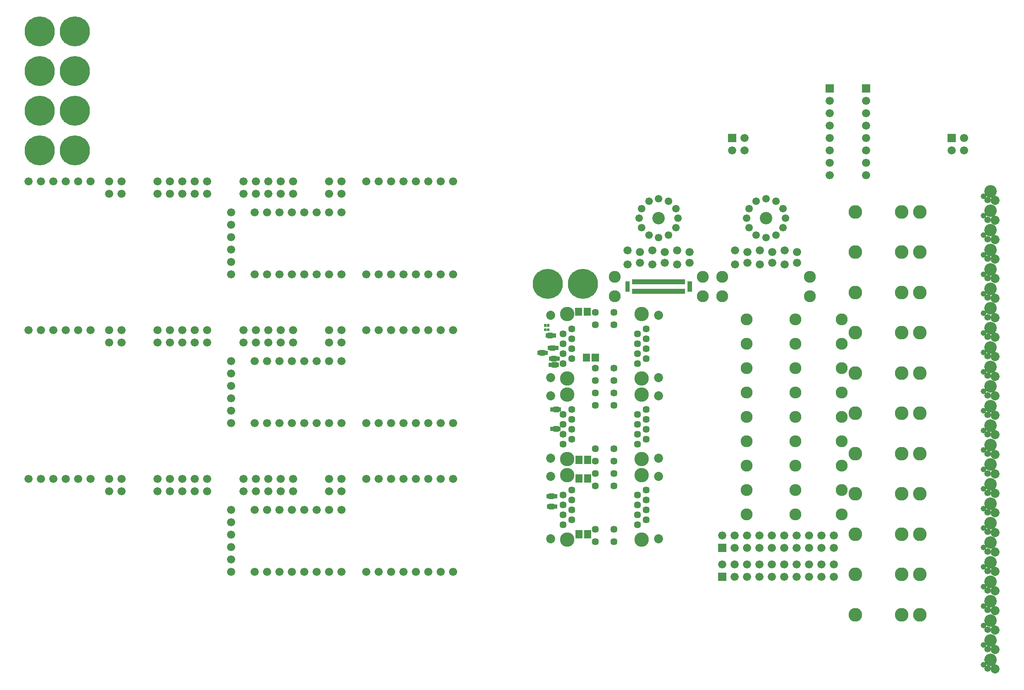
<source format=gbr>
G04 start of page 12 for group -4062 idx -4062 *
G04 Title: (unknown), soldermask *
G04 Creator: pcb 4.2.0 *
G04 CreationDate: Thu Sep 17 08:18:29 2020 UTC *
G04 For: commonadmin *
G04 Format: Gerber/RS-274X *
G04 PCB-Dimensions (mil): 24000.00 18000.00 *
G04 PCB-Coordinate-Origin: lower left *
%MOIN*%
%FSLAX25Y25*%
%LNBOTTOMMASK*%
%ADD249C,0.0200*%
%ADD248C,0.0611*%
%ADD247C,0.0960*%
%ADD246C,0.2422*%
%ADD245C,0.0572*%
%ADD244C,0.1162*%
%ADD243C,0.0966*%
%ADD242C,0.0660*%
%ADD241C,0.0001*%
%ADD240C,0.1103*%
%ADD239C,0.0532*%
%ADD238C,0.0729*%
%ADD237C,0.0454*%
%ADD236C,0.1005*%
G54D236*X791339Y229134D03*
G54D237*X785433Y225197D03*
G54D238*X794882Y221654D03*
G54D239*X788976Y222047D03*
G54D236*X791339Y370866D03*
G54D238*X794882Y363386D03*
G54D239*X788976Y363780D03*
G54D237*X785433Y366929D03*
G54D236*X791339Y355118D03*
G54D238*X794882Y347638D03*
G54D239*X788976Y348031D03*
G54D236*X791339Y339370D03*
G54D238*X794882Y331890D03*
G54D239*X788976Y332283D03*
G54D237*X785433Y335433D03*
Y351181D03*
G54D236*X791339Y323622D03*
G54D237*X785433Y319685D03*
G54D238*X794882Y316142D03*
G54D239*X788976Y316535D03*
G54D236*X791339Y307874D03*
G54D238*X794882Y300394D03*
G54D239*X788976Y300787D03*
G54D237*X785433Y303937D03*
G54D236*X791339Y292126D03*
G54D240*X734252Y330453D03*
X719488D03*
X734252Y297953D03*
X719488D03*
Y265453D03*
G54D238*X794882Y284646D03*
G54D239*X788976Y285039D03*
G54D236*X791339Y276378D03*
G54D237*X785433Y272441D03*
Y288189D03*
G54D238*X794882Y268898D03*
G54D239*X788976Y269291D03*
G54D236*X791339Y260630D03*
G54D238*X794882Y253150D03*
G54D239*X788976Y253543D03*
G54D237*X785433Y256693D03*
G54D236*X791339Y244882D03*
G54D238*X794882Y237402D03*
G54D239*X788976Y237795D03*
G54D237*X785433Y240945D03*
G54D236*X791339Y607087D03*
G54D238*X794882Y599606D03*
G54D239*X788976Y600000D03*
G54D237*X785433Y603150D03*
G54D236*X791339Y591339D03*
G54D238*X794882Y583858D03*
G54D239*X788976Y584252D03*
G54D237*X785433Y587402D03*
G54D236*X791339Y465354D03*
G54D238*X794882Y457874D03*
G54D239*X788976Y458268D03*
G54D237*X785433Y461417D03*
G54D236*X791339Y449606D03*
G54D238*X794882Y442126D03*
G54D239*X788976Y442520D03*
G54D237*X785433Y445669D03*
G54D236*X791339Y481102D03*
G54D238*X794882Y473622D03*
G54D239*X788976Y474016D03*
G54D237*X785433Y477165D03*
G54D236*X791339Y496850D03*
G54D238*X794882Y489370D03*
G54D239*X788976Y489764D03*
G54D237*X785433Y492913D03*
G54D236*X791339Y512598D03*
Y528346D03*
G54D238*X794882Y520866D03*
G54D239*X788976Y521260D03*
G54D237*X785433Y524409D03*
G54D238*X794882Y505118D03*
G54D239*X788976Y505512D03*
G54D237*X785433Y508661D03*
G54D236*X791339Y575591D03*
G54D238*X794882Y568110D03*
G54D236*X791339Y559843D03*
G54D237*X785433Y555906D03*
G54D239*X788976Y568504D03*
G54D237*X785433Y571654D03*
G54D238*X794882Y552362D03*
G54D239*X788976Y552756D03*
G54D236*X791339Y544094D03*
G54D238*X794882Y536614D03*
G54D239*X788976Y537008D03*
G54D237*X785433Y540157D03*
G54D236*X791339Y433858D03*
G54D238*X794882Y426378D03*
G54D239*X788976Y426772D03*
G54D237*X785433Y429921D03*
Y414173D03*
G54D236*X791339Y418110D03*
G54D238*X794882Y410630D03*
G54D239*X788976Y411024D03*
G54D236*X791339Y402362D03*
G54D238*X794882Y394882D03*
G54D239*X788976Y395276D03*
G54D236*X791339Y386614D03*
G54D238*X794882Y379134D03*
G54D239*X788976Y379528D03*
G54D237*X785433Y382677D03*
Y398425D03*
G54D240*X734252Y395453D03*
Y427953D03*
Y460453D03*
Y492953D03*
Y525453D03*
Y557953D03*
Y590453D03*
Y265453D03*
Y362953D03*
X719488D03*
Y395453D03*
Y427953D03*
Y460453D03*
Y492953D03*
Y525453D03*
Y557953D03*
Y590453D03*
G54D241*G36*
X756700Y653300D02*Y646700D01*
X763300D01*
Y653300D01*
X756700D01*
G37*
G54D242*X770000Y650000D03*
X760000Y640000D03*
X770000D03*
G54D243*X633858Y484055D03*
Y464370D03*
Y444685D03*
Y425000D03*
Y405315D03*
Y385630D03*
Y365945D03*
G54D240*X682087Y363031D03*
G54D243*X671260Y365945D03*
Y346260D03*
G54D240*X682087Y395531D03*
Y428031D03*
Y460531D03*
G54D243*X671260Y503740D03*
Y484055D03*
Y464370D03*
Y444685D03*
Y425000D03*
Y405315D03*
Y385630D03*
X633858Y346260D03*
X594488Y444685D03*
Y425000D03*
Y405315D03*
Y385630D03*
Y365945D03*
Y346260D03*
G54D240*X682087Y330531D03*
Y298031D03*
Y265531D03*
G54D242*X615000Y296000D03*
X625000D03*
X635000D03*
X645000D03*
X655000D03*
X665000D03*
X635000Y306000D03*
X645000D03*
X655000D03*
X665000D03*
X615000Y319500D03*
Y329500D03*
X625000D03*
X635000D03*
X645000D03*
X655000D03*
X665000D03*
X625000Y319500D03*
X635000D03*
X645000D03*
X655000D03*
X665000D03*
G54D241*G36*
X687700Y693300D02*Y686700D01*
X694300D01*
Y693300D01*
X687700D01*
G37*
G54D242*X691000Y680000D03*
Y670000D03*
Y660000D03*
Y650000D03*
Y640000D03*
Y630000D03*
Y620000D03*
G54D241*G36*
X658200Y693300D02*Y686700D01*
X664800D01*
Y693300D01*
X658200D01*
G37*
G54D242*X661500Y680000D03*
Y670000D03*
Y660000D03*
Y650000D03*
Y640000D03*
Y630000D03*
Y620000D03*
G54D241*G36*
X579700Y653300D02*Y646700D01*
X586300D01*
Y653300D01*
X579700D01*
G37*
G54D242*X583000Y640000D03*
X593000D03*
Y650000D03*
G54D243*X594488Y503740D03*
Y484055D03*
Y464370D03*
G54D241*G36*
X571700Y299300D02*Y292700D01*
X578300D01*
Y299300D01*
X571700D01*
G37*
G54D242*X585000Y296000D03*
X595000D03*
X605000D03*
Y319500D03*
Y329500D03*
Y306000D03*
X615000D03*
X625000D03*
X575000D03*
X585000D03*
X595000D03*
G54D241*G36*
X571700Y322800D02*Y316200D01*
X578300D01*
Y322800D01*
X571700D01*
G37*
G54D242*X585000Y319500D03*
X595000D03*
X575000Y329500D03*
X585000D03*
X595000D03*
G54D238*X523504Y456787D03*
Y507181D03*
Y442181D03*
G54D244*X510000Y507969D03*
G54D245*X487520Y509543D03*
Y499504D03*
G54D244*X510000Y456000D03*
Y442969D03*
G54D245*X513543Y479976D03*
Y488008D03*
Y496039D03*
X506457Y483992D03*
Y492024D03*
Y475961D03*
X513543Y471945D03*
X487520Y464465D03*
Y454425D03*
X506457Y467929D03*
X487520Y444543D03*
X472480Y454425D03*
Y464465D03*
Y434504D03*
Y444543D03*
Y499504D03*
Y509543D03*
G54D238*X436496Y507181D03*
G54D244*X450000Y507969D03*
G54D245*X446457Y483992D03*
X453543Y479976D03*
Y488008D03*
X446457Y492024D03*
X453543Y496039D03*
G54D246*X434252Y532283D03*
X462598D03*
G54D245*X446457Y475961D03*
X453543Y471945D03*
G54D238*X436496Y456787D03*
G54D244*X450000Y456000D03*
G54D245*X446457Y467929D03*
G54D238*X436496Y442181D03*
G54D244*X450000Y442969D03*
G54D247*X488189Y522441D03*
Y538189D03*
G54D242*X498610Y547930D03*
Y559430D03*
X508610Y557930D03*
Y549430D03*
X518610Y547930D03*
G54D245*X506457Y362024D03*
X487520Y379543D03*
Y369504D03*
Y399465D03*
Y389425D03*
X513543Y414976D03*
Y406945D03*
Y423008D03*
Y431039D03*
X487520Y434504D03*
X506457Y418992D03*
Y427024D03*
Y410961D03*
Y402929D03*
G54D238*X523504Y377181D03*
G54D244*X510000Y377969D03*
G54D245*X513543Y349976D03*
Y358008D03*
Y366039D03*
Y341945D03*
X506457Y353992D03*
Y345961D03*
Y337929D03*
G54D238*X523504Y391787D03*
G54D244*X510000Y391000D03*
G54D245*X487520Y334465D03*
Y324425D03*
G54D238*X523504Y326787D03*
G54D244*X510000Y326000D03*
G54D245*X453543Y341945D03*
G54D238*X436496Y326787D03*
G54D244*X450000Y326000D03*
G54D245*X472480Y324425D03*
Y334465D03*
Y369504D03*
Y379543D03*
Y389425D03*
Y399465D03*
X446457Y345961D03*
Y418992D03*
Y427024D03*
Y410961D03*
Y402929D03*
Y337929D03*
X453543Y349976D03*
Y414976D03*
Y406945D03*
Y423008D03*
Y431039D03*
G54D238*X436496Y377181D03*
G54D244*X450000Y377969D03*
G54D245*X446457Y353992D03*
Y362024D03*
X453543Y358008D03*
Y366039D03*
G54D238*X436496Y391787D03*
G54D244*X450000Y391000D03*
G54D236*X523622Y585433D03*
G54D248*Y601181D03*
X507874Y585433D03*
X515748Y599016D03*
X509843Y593110D03*
X523622Y569685D03*
X539370Y585433D03*
X531496Y571850D03*
X537402Y577756D03*
X531496Y599016D03*
X515748Y571850D03*
G54D242*X518610Y559430D03*
G54D248*X509843Y577756D03*
X537402Y593110D03*
G54D247*X559055Y538189D03*
Y522441D03*
G54D242*X538610Y547930D03*
X548610Y549430D03*
Y557930D03*
X528610Y549430D03*
Y557930D03*
X538610Y559430D03*
G54D247*X574803Y522441D03*
Y538189D03*
G54D242*X585232Y547933D03*
Y559433D03*
G54D247*X645669Y538189D03*
Y522441D03*
G54D242*X635232Y549433D03*
Y557933D03*
G54D243*X633858Y503740D03*
G54D236*X610236Y585433D03*
G54D248*Y601181D03*
X594488Y585433D03*
X602362Y599016D03*
X596457Y593110D03*
X610236Y569685D03*
X625984Y585433D03*
X618110Y571850D03*
X624016Y577756D03*
G54D242*X625232Y559433D03*
G54D248*X618110Y599016D03*
X624016Y593110D03*
X602362Y571850D03*
X596457Y577756D03*
G54D242*X595232Y557933D03*
X605232Y559433D03*
X615232Y557933D03*
X595232Y549433D03*
X605232Y547933D03*
X615232Y549433D03*
X625232Y547933D03*
G54D240*X682087Y493031D03*
Y525531D03*
Y558031D03*
Y590531D03*
G54D246*X24654Y736000D03*
X53000D03*
X24654Y704000D03*
Y672000D03*
Y640000D03*
G54D242*X15500Y615000D03*
X25500D03*
X35500D03*
G54D246*X53000Y704000D03*
Y672000D03*
Y640000D03*
G54D242*X45500Y615000D03*
X55500D03*
X65500D03*
X80500D03*
Y605000D03*
X90500D03*
Y615000D03*
X119500Y605000D03*
Y615000D03*
X129500Y605000D03*
Y615000D03*
X139500Y605000D03*
Y615000D03*
X149500D03*
X159500D03*
X149500Y605000D03*
X159500D03*
X189000D03*
X199000D03*
X209000D03*
X219000D03*
X189000Y615000D03*
X199000D03*
X209000D03*
X219000D03*
X228000Y590000D03*
X218000D03*
X208000D03*
X198000D03*
X179000D03*
X229000Y605000D03*
X258000D03*
X268000D03*
X229000Y615000D03*
X258000D03*
X268000D03*
Y590000D03*
X258000D03*
X248000D03*
X238000D03*
X268000Y540000D03*
X258000D03*
X248000D03*
X238000D03*
X179000Y580000D03*
Y570000D03*
Y560000D03*
Y550000D03*
Y540000D03*
X228000D03*
X218000D03*
X208000D03*
X198000D03*
X288000Y300000D03*
X298000D03*
X308000D03*
X318000D03*
X328000D03*
X338000D03*
X348000D03*
X358000D03*
X198000D03*
X208000D03*
X218000D03*
X228000D03*
X238000D03*
X248000D03*
X258000D03*
X268000D03*
X288000Y375000D03*
X268000D03*
Y365000D03*
X298000Y375000D03*
X308000D03*
X318000D03*
X328000D03*
X338000D03*
X348000D03*
X358000D03*
X258000Y365000D03*
Y375000D03*
X229000D03*
Y365000D03*
X358000Y540000D03*
Y615000D03*
X348000Y540000D03*
Y615000D03*
X338000D03*
X328000D03*
X318000D03*
X308000D03*
X298000D03*
X288000D03*
Y420000D03*
X298000D03*
X308000D03*
X318000D03*
X328000D03*
X338000D03*
X348000D03*
X358000D03*
X338000Y540000D03*
X328000D03*
X318000D03*
X308000D03*
X298000D03*
X288000D03*
X318000Y495000D03*
X328000D03*
X338000D03*
X348000D03*
X358000D03*
X288000D03*
X298000D03*
X308000D03*
X229000D03*
X219000D03*
X209000D03*
X268000D03*
Y485000D03*
X258000D03*
Y495000D03*
X229000Y485000D03*
X219000D03*
X209000D03*
X199000Y495000D03*
Y485000D03*
X189000D03*
Y495000D03*
X159500D03*
X149500D03*
X139500D03*
X129500D03*
X119500D03*
X159500Y485000D03*
X149500D03*
X139500D03*
X129500D03*
X119500D03*
X90500Y495000D03*
X80500D03*
X65500D03*
X90500Y485000D03*
X80500D03*
X55500Y495000D03*
X45500D03*
X35500D03*
X25500D03*
X15500D03*
X179000Y300000D03*
Y310000D03*
Y320000D03*
Y330000D03*
Y340000D03*
Y350000D03*
X198000D03*
X208000D03*
X218000D03*
X228000D03*
X238000D03*
X248000D03*
X258000D03*
X268000D03*
X219000Y375000D03*
X209000D03*
X199000D03*
X189000D03*
X219000Y365000D03*
X209000D03*
X199000D03*
X189000D03*
X159500D03*
X149500D03*
X159500Y375000D03*
X149500D03*
X139500D03*
Y365000D03*
X129500Y375000D03*
X119500D03*
X129500Y365000D03*
X119500D03*
X90500D03*
X80500D03*
X90500Y375000D03*
X80500D03*
X65500D03*
X55500D03*
X45500D03*
X35500D03*
X25500D03*
X15500D03*
X198000Y420000D03*
X179000D03*
Y430000D03*
X208000Y420000D03*
X179000Y440000D03*
Y450000D03*
Y460000D03*
Y470000D03*
X198000D03*
X218000Y420000D03*
X228000D03*
X238000D03*
X248000D03*
X258000D03*
X268000D03*
X208000Y470000D03*
X218000D03*
X228000D03*
X238000D03*
X248000D03*
X258000D03*
X268000D03*
G54D241*G36*
X462273Y393752D02*X456555D01*
Y387248D01*
X462273D01*
Y393752D01*
G37*
G36*
X469359D02*X463641D01*
Y387248D01*
X469359D01*
Y393752D01*
G37*
G36*
X462273Y378752D02*X456555D01*
Y372248D01*
X462273D01*
Y378752D01*
G37*
G36*
X469359D02*X463641D01*
Y372248D01*
X469359D01*
Y378752D01*
G37*
G54D249*X439550Y432500D02*X442550D01*
X443250Y431800D01*
G54D241*G36*
X442250Y432800D02*Y430800D01*
X444750D01*
Y432800D01*
X442250D01*
G37*
G54D249*X441650Y431900D02*X442250Y432500D01*
X441050D02*X441650Y431900D01*
X438850Y431800D02*X439550Y432500D01*
G54D241*G36*
X436350Y432800D02*Y430800D01*
X439850D01*
Y432800D01*
X436350D01*
G37*
G54D249*X439850Y432500D02*X440450Y431900D01*
X441050Y432500D01*
X438950Y430500D02*X439550Y429900D01*
G54D241*G36*
X436350Y431500D02*Y429500D01*
X439950D01*
Y431500D01*
X436350D01*
G37*
G54D249*X439750Y429900D02*X440450Y430600D01*
X439550Y429900D02*X439750D01*
X442650D02*X443250Y430500D01*
G54D241*G36*
X442250Y431500D02*Y429500D01*
X444750D01*
Y431500D01*
X442250D01*
G37*
G54D249*X439550Y429900D02*X442650D01*
X440450Y430600D02*X441150Y429900D01*
X440950D02*X441650Y430600D01*
X442350Y429900D01*
X439450Y416700D02*X442450D01*
X443150Y416000D01*
G54D241*G36*
X442150Y417000D02*Y415000D01*
X444650D01*
Y417000D01*
X442150D01*
G37*
G54D249*X441550Y416100D02*X442150Y416700D01*
X440950D02*X441550Y416100D01*
X438750Y416000D02*X439450Y416700D01*
G54D241*G36*
X436250Y417000D02*Y415000D01*
X439750D01*
Y417000D01*
X436250D01*
G37*
G54D249*X439750Y416700D02*X440350Y416100D01*
X440950Y416700D01*
X439450Y414100D02*X442550D01*
X439450D02*X439650D01*
X442550D02*X443150Y414700D01*
G54D241*G36*
X442150Y415700D02*Y413700D01*
X444650D01*
Y415700D01*
X442150D01*
G37*
G54D249*X438850Y414700D02*X439450Y414100D01*
X439650D02*X440350Y414800D01*
X441050Y414100D01*
X440850D02*X441550Y414800D01*
X442250Y414100D01*
G54D241*G36*
X436250Y415700D02*Y413700D01*
X439850D01*
Y415700D01*
X436250D01*
G37*
G54D249*X435550Y359800D02*X438550D01*
X434850Y360500D02*X435550Y359800D01*
G54D241*G36*
X433350Y361500D02*Y359500D01*
X435850D01*
Y361500D01*
X433350D01*
G37*
G54D249*X435850Y359800D02*X436450Y360400D01*
X437050Y359800D01*
X438550D02*X439250Y360500D01*
G54D241*G36*
X438250Y361500D02*Y359500D01*
X441750D01*
Y361500D01*
X438250D01*
G37*
G54D249*X437650Y360400D02*X438250Y359800D01*
X437050D02*X437650Y360400D01*
X435450Y362400D02*X438550D01*
X438350D02*X438550D01*
X434850Y361800D02*X435450Y362400D01*
G54D241*G36*
X433350Y362800D02*Y360800D01*
X435850D01*
Y362800D01*
X433350D01*
G37*
G54D249*X438550Y362400D02*X439150Y361800D01*
X437650Y361700D02*X438350Y362400D01*
X436950D02*X437650Y361700D01*
X436450D02*X437150Y362400D01*
X435750D02*X436450Y361700D01*
G54D241*G36*
X438150Y362800D02*Y360800D01*
X441750D01*
Y362800D01*
X438150D01*
G37*
G54D249*X435600Y351500D02*X438600D01*
X434900Y352200D02*X435600Y351500D01*
X437700Y352100D02*X438300Y351500D01*
X437100D02*X437700Y352100D01*
X435900Y351500D02*X436500Y352100D01*
X437100Y351500D01*
G54D241*G36*
X433400Y353200D02*Y351200D01*
X435900D01*
Y353200D01*
X433400D01*
G37*
G54D249*X434900Y353500D02*X435500Y354100D01*
G54D241*G36*
X433400Y354500D02*Y352500D01*
X435900D01*
Y354500D01*
X433400D01*
G37*
G54D249*X435800Y354100D02*X436500Y353400D01*
X438600Y351500D02*X439300Y352200D01*
G54D241*G36*
X438300Y353200D02*Y351200D01*
X441800D01*
Y353200D01*
X438300D01*
G37*
G54D249*X438600Y354100D02*X439200Y353500D01*
G54D241*G36*
X438200Y354500D02*Y352500D01*
X441800D01*
Y354500D01*
X438200D01*
G37*
G54D249*X437700Y353400D02*X438400Y354100D01*
X438600D01*
X435500D02*X438600D01*
X437000D02*X437700Y353400D01*
X436500D02*X437200Y354100D01*
G54D241*G36*
X462273Y333752D02*X456555D01*
Y327248D01*
X462273D01*
Y333752D01*
G37*
G36*
X469359D02*X463641D01*
Y327248D01*
X469359D01*
Y333752D01*
G37*
G36*
X461859Y513252D02*X456141D01*
Y506748D01*
X461859D01*
Y513252D01*
G37*
G36*
X468945D02*X463227D01*
Y506748D01*
X468945D01*
Y513252D01*
G37*
G36*
X468316Y476209D02*X462598D01*
Y469705D01*
X468316D01*
Y476209D01*
G37*
G36*
X475402D02*X469684D01*
Y469705D01*
X475402D01*
Y476209D01*
G37*
G36*
X433413Y500087D02*Y497913D01*
X435587D01*
Y500087D01*
X433413D01*
G37*
G36*
X431051D02*Y497913D01*
X433225D01*
Y500087D01*
X431051D01*
G37*
G36*
X433413Y496587D02*Y494413D01*
X435587D01*
Y496587D01*
X433413D01*
G37*
G36*
X431051D02*Y494413D01*
X433225D01*
Y496587D01*
X431051D01*
G37*
G54D249*X434600Y489500D02*X437600D01*
X433900Y491500D02*X434500Y492100D01*
G54D241*G36*
X432400Y492500D02*Y490500D01*
X434900D01*
Y492500D01*
X432400D01*
G37*
G54D249*X436000Y492100D02*X436700Y491400D01*
X435500D02*X436200Y492100D01*
X434800D02*X435500Y491400D01*
X433900Y490200D02*X434600Y489500D01*
X434900D02*X435500Y490100D01*
X436100Y489500D01*
X437600D02*X438300Y490200D01*
X436700Y490100D02*X437300Y489500D01*
X436100D02*X436700Y490100D01*
G54D241*G36*
X437300Y491200D02*Y489200D01*
X440800D01*
Y491200D01*
X437300D01*
G37*
G36*
X437200Y492500D02*Y490500D01*
X440800D01*
Y492500D01*
X437200D01*
G37*
G36*
X432400Y491200D02*Y489200D01*
X434900D01*
Y491200D01*
X432400D01*
G37*
G54D249*X434500Y492100D02*X437600D01*
X438200Y491500D01*
X436700Y491400D02*X437400Y492100D01*
X437600D01*
X438050Y468500D02*X441050D01*
X437350Y467800D02*X438050Y468500D01*
X438350D02*X438950Y467900D01*
X439550Y468500D01*
G54D241*G36*
X434850Y468800D02*Y466800D01*
X438350D01*
Y468800D01*
X434850D01*
G37*
G36*
X440750D02*Y466800D01*
X443250D01*
Y468800D01*
X440750D01*
G37*
G54D249*X441050Y468500D02*X441750Y467800D01*
X440150Y467900D02*X440750Y468500D01*
X439550D02*X440150Y467900D01*
X438050Y465900D02*X441150D01*
X441750Y466500D01*
G54D241*G36*
X440750Y467500D02*Y465500D01*
X443250D01*
Y467500D01*
X440750D01*
G37*
G54D249*X438950Y466600D02*X439650Y465900D01*
X439450D02*X440150Y466600D01*
X440850Y465900D01*
X437450Y466500D02*X438050Y465900D01*
G54D241*G36*
X434850Y467500D02*Y465500D01*
X438450D01*
Y467500D01*
X434850D01*
G37*
G54D249*X438250Y465900D02*X438950Y466600D01*
X438050Y465900D02*X438250D01*
X437550Y470800D02*X440550D01*
X441250Y471500D01*
X439650Y471400D02*X440250Y470800D01*
X439050D02*X439650Y471400D01*
G54D241*G36*
X440250Y472500D02*Y470500D01*
X443750D01*
Y472500D01*
X440250D01*
G37*
G54D249*X436850Y471500D02*X437550Y470800D01*
X437850D02*X438450Y471400D01*
X439050Y470800D01*
G54D241*G36*
X435350Y472500D02*Y470500D01*
X437850D01*
Y472500D01*
X435350D01*
G37*
G54D249*X440550Y473400D02*X441150Y472800D01*
G54D241*G36*
X440150Y473800D02*Y471800D01*
X443750D01*
Y473800D01*
X440150D01*
G37*
G54D249*X439650Y472700D02*X440350Y473400D01*
X440550D01*
X436850Y472800D02*X437450Y473400D01*
G54D241*G36*
X435350Y473800D02*Y471800D01*
X437850D01*
Y473800D01*
X435350D01*
G37*
G54D249*X437450Y473400D02*X440550D01*
X438950D02*X439650Y472700D01*
X438450D02*X439150Y473400D01*
X437750D02*X438450Y472700D01*
X431100Y475500D02*X431800Y476200D01*
G54D241*G36*
X430800Y477200D02*Y475200D01*
X434300D01*
Y477200D01*
X430800D01*
G37*
G54D249*X427400Y476200D02*X428100Y475500D01*
G54D241*G36*
X425900Y477200D02*Y475200D01*
X428400D01*
Y477200D01*
X425900D01*
G37*
G54D249*X428100Y475500D02*X431100D01*
X430200Y476100D02*X430800Y475500D01*
X429600D02*X430200Y476100D01*
X428400Y475500D02*X429000Y476100D01*
X429600Y475500D01*
X428000Y478100D02*X431100D01*
X430900D02*X431100D01*
X427400Y477500D02*X428000Y478100D01*
G54D241*G36*
X425900Y478500D02*Y476500D01*
X428400D01*
Y478500D01*
X425900D01*
G37*
G54D249*X431100Y478100D02*X431700Y477500D01*
G54D241*G36*
X430700Y478500D02*Y476500D01*
X434300D01*
Y478500D01*
X430700D01*
G37*
G54D249*X430200Y477400D02*X430900Y478100D01*
X429500D02*X430200Y477400D01*
X429000D02*X429700Y478100D01*
X428300D02*X429000Y477400D01*
X436550Y479300D02*X439550D01*
X435850Y481300D02*X436450Y481900D01*
G54D241*G36*
X434350Y482300D02*Y480300D01*
X436850D01*
Y482300D01*
X434350D01*
G37*
G54D249*X437950Y481900D02*X438650Y481200D01*
X437450D02*X438150Y481900D01*
X436750D02*X437450Y481200D01*
X435850Y480000D02*X436550Y479300D01*
X436850D02*X437450Y479900D01*
G54D241*G36*
X434350Y481000D02*Y479000D01*
X436850D01*
Y481000D01*
X434350D01*
G37*
G54D249*X438650Y479900D02*X439250Y479300D01*
X438050D02*X438650Y479900D01*
X437450D02*X438050Y479300D01*
X439550D02*X440250Y480000D01*
G54D241*G36*
X439250Y481000D02*Y479000D01*
X442750D01*
Y481000D01*
X439250D01*
G37*
G36*
X439150Y482300D02*Y480300D01*
X442750D01*
Y482300D01*
X439150D01*
G37*
G54D249*X436450Y481900D02*X439550D01*
X440150Y481300D01*
X438650Y481200D02*X439350Y481900D01*
X439550D01*
G54D241*G36*
X544898Y535961D02*X542268D01*
Y532150D01*
X544898D01*
Y535961D01*
G37*
G36*
X543520D02*X540890D01*
Y532150D01*
X543520D01*
Y535961D01*
G37*
G36*
X542142D02*X539512D01*
Y532150D01*
X542142D01*
Y535961D01*
G37*
G36*
X540764D02*X538134D01*
Y532150D01*
X540764D01*
Y535961D01*
G37*
G36*
X539386D02*X536756D01*
Y532150D01*
X539386D01*
Y535961D01*
G37*
G36*
X550409Y534583D02*X546992D01*
Y529787D01*
X550409D01*
Y534583D01*
G37*
G36*
Y530843D02*X546992D01*
Y526047D01*
X550409D01*
Y530843D01*
G37*
G36*
X538008Y535961D02*X535378D01*
Y532150D01*
X538008D01*
Y535961D01*
G37*
G36*
X536630D02*X534000D01*
Y532150D01*
X536630D01*
Y535961D01*
G37*
G36*
X535252D02*X532622D01*
Y532150D01*
X535252D01*
Y535961D01*
G37*
G36*
X533874D02*X531244D01*
Y532150D01*
X533874D01*
Y535961D01*
G37*
G36*
X532496D02*X529866D01*
Y532150D01*
X532496D01*
Y535961D01*
G37*
G36*
X531118D02*X528488D01*
Y532150D01*
X531118D01*
Y535961D01*
G37*
G36*
X529740D02*X527110D01*
Y532150D01*
X529740D01*
Y535961D01*
G37*
G36*
X528362D02*X525732D01*
Y532150D01*
X528362D01*
Y535961D01*
G37*
G36*
X526984D02*X524354D01*
Y532150D01*
X526984D01*
Y535961D01*
G37*
G36*
X525606D02*X522976D01*
Y532150D01*
X525606D01*
Y535961D01*
G37*
G36*
X524228D02*X521598D01*
Y532150D01*
X524228D01*
Y535961D01*
G37*
G36*
X522850D02*X520220D01*
Y532150D01*
X522850D01*
Y535961D01*
G37*
G36*
X521472D02*X518843D01*
Y532150D01*
X521472D01*
Y535961D01*
G37*
G36*
X520094D02*X517465D01*
Y532150D01*
X520094D01*
Y535961D01*
G37*
G36*
X518717D02*X516087D01*
Y532150D01*
X518717D01*
Y535961D01*
G37*
G36*
X517339D02*X514709D01*
Y532150D01*
X517339D01*
Y535961D01*
G37*
G36*
X515961D02*X513331D01*
Y532150D01*
X515961D01*
Y535961D01*
G37*
G36*
X514583D02*X511953D01*
Y532150D01*
X514583D01*
Y535961D01*
G37*
G36*
X513205D02*X510575D01*
Y532150D01*
X513205D01*
Y535961D01*
G37*
G36*
X511827D02*X509197D01*
Y532150D01*
X511827D01*
Y535961D01*
G37*
G36*
X510449D02*X507819D01*
Y532150D01*
X510449D01*
Y535961D01*
G37*
G36*
X509071D02*X506441D01*
Y532150D01*
X509071D01*
Y535961D01*
G37*
G36*
X507693D02*X505063D01*
Y532150D01*
X507693D01*
Y535961D01*
G37*
G36*
X506315D02*X503685D01*
Y532150D01*
X506315D01*
Y535961D01*
G37*
G36*
X504937D02*X502307D01*
Y532150D01*
X504937D01*
Y535961D01*
G37*
G36*
X500213Y534583D02*X496795D01*
Y529787D01*
X500213D01*
Y534583D01*
G37*
G36*
X544898Y528283D02*X542268D01*
Y524472D01*
X544898D01*
Y528283D01*
G37*
G36*
X543520D02*X540890D01*
Y524472D01*
X543520D01*
Y528283D01*
G37*
G36*
X542142D02*X539512D01*
Y524472D01*
X542142D01*
Y528283D01*
G37*
G36*
X540764D02*X538134D01*
Y524472D01*
X540764D01*
Y528283D01*
G37*
G36*
X539386D02*X536756D01*
Y524472D01*
X539386D01*
Y528283D01*
G37*
G36*
X538008D02*X535378D01*
Y524472D01*
X538008D01*
Y528283D01*
G37*
G36*
X536630D02*X534000D01*
Y524472D01*
X536630D01*
Y528283D01*
G37*
G36*
X535252D02*X532622D01*
Y524472D01*
X535252D01*
Y528283D01*
G37*
G36*
X533874D02*X531244D01*
Y524472D01*
X533874D01*
Y528283D01*
G37*
G36*
X532496D02*X529866D01*
Y524472D01*
X532496D01*
Y528283D01*
G37*
G36*
X531118D02*X528488D01*
Y524472D01*
X531118D01*
Y528283D01*
G37*
G36*
X529740D02*X527110D01*
Y524472D01*
X529740D01*
Y528283D01*
G37*
G36*
X528362D02*X525732D01*
Y524472D01*
X528362D01*
Y528283D01*
G37*
G36*
X526984D02*X524354D01*
Y524472D01*
X526984D01*
Y528283D01*
G37*
G36*
X525606D02*X522976D01*
Y524472D01*
X525606D01*
Y528283D01*
G37*
G36*
X524228D02*X521598D01*
Y524472D01*
X524228D01*
Y528283D01*
G37*
G36*
X522850D02*X520220D01*
Y524472D01*
X522850D01*
Y528283D01*
G37*
G36*
X521472D02*X518843D01*
Y524472D01*
X521472D01*
Y528283D01*
G37*
G36*
X520094D02*X517465D01*
Y524472D01*
X520094D01*
Y528283D01*
G37*
G36*
X518717D02*X516087D01*
Y524472D01*
X518717D01*
Y528283D01*
G37*
G36*
X517339D02*X514709D01*
Y524472D01*
X517339D01*
Y528283D01*
G37*
G36*
X515961D02*X513331D01*
Y524472D01*
X515961D01*
Y528283D01*
G37*
G36*
X514583D02*X511953D01*
Y524472D01*
X514583D01*
Y528283D01*
G37*
G36*
X513205D02*X510575D01*
Y524472D01*
X513205D01*
Y528283D01*
G37*
G36*
X511827D02*X509197D01*
Y524472D01*
X511827D01*
Y528283D01*
G37*
G36*
X510449D02*X507819D01*
Y524472D01*
X510449D01*
Y528283D01*
G37*
G36*
X509071D02*X506441D01*
Y524472D01*
X509071D01*
Y528283D01*
G37*
G36*
X507693D02*X505063D01*
Y524472D01*
X507693D01*
Y528283D01*
G37*
G36*
X506315D02*X503685D01*
Y524472D01*
X506315D01*
Y528283D01*
G37*
G36*
X504937D02*X502307D01*
Y524472D01*
X504937D01*
Y528283D01*
G37*
G36*
X500213Y530843D02*X496795D01*
Y526047D01*
X500213D01*
Y530843D01*
G37*
M02*

</source>
